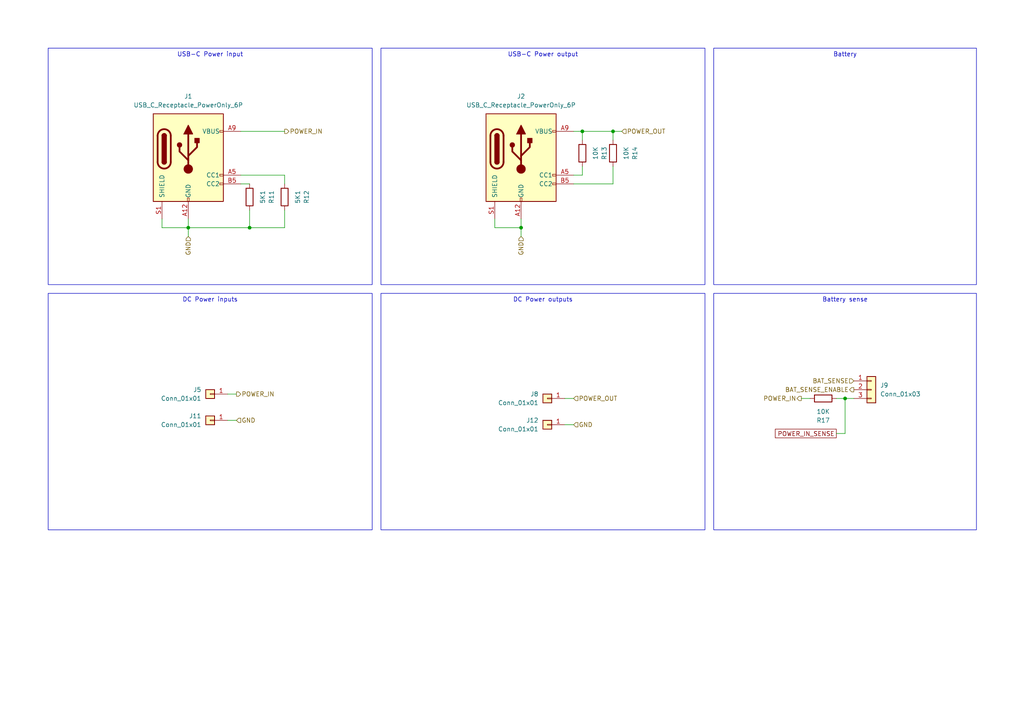
<source format=kicad_sch>
(kicad_sch (version 20231120) (generator "eeschema") (generator_version "8.0")
  (paper "A4")
  (lib_symbols
    (symbol "Connector:USB_C_Receptacle_PowerOnly_6P" (pin_names (offset 1.016))
      (property "Reference" "J" (at 0 16.51 0))
      (property "Value" "USB_C_Receptacle_PowerOnly_6P" (at 0 13.97 0))
      (symbol "USB_C_Receptacle_PowerOnly_6P_0_0"
        (rectangle (start -0.254 -12.7) (end 0.254 -11.684))
        (rectangle (start 10.16 -7.366) (end 9.144 -7.874))
        (rectangle (start 10.16 -4.826) (end 9.144 -5.334))
        (rectangle (start 10.16 7.874) (end 9.144 7.366))
      )
      (symbol "USB_C_Receptacle_PowerOnly_6P_0_1"
        (rectangle (start -10.16 12.7) (end 10.16 -12.7) (stroke (width 0.254)) (fill (type background)))
        (arc (start -8.89 -1.27) (mid -6.985 -3.1667) (end -5.08 -1.27) (stroke (width 0.508)))
        (arc (start -7.62 -1.27) (mid -6.985 -1.9023) (end -6.35 -1.27) (stroke (width 0.254)))
        (arc (start -7.62 -1.27) (mid -6.985 -1.9023) (end -6.35 -1.27) (stroke (width 0.254)) (fill (type outline)))
        (rectangle (start -7.62 -1.27) (end -6.35 6.35) (stroke (width 0.254)) (fill (type outline)))
        (arc (start -6.35 6.35) (mid -6.985 6.9823) (end -7.62 6.35) (stroke (width 0.254)))
        (arc (start -6.35 6.35) (mid -6.985 6.9823) (end -7.62 6.35) (stroke (width 0.254)) (fill (type outline)))
        (arc (start -5.08 6.35) (mid -6.985 8.2467) (end -8.89 6.35) (stroke (width 0.508)))
        (circle (center -2.54 3.683) (radius 0.635) (stroke (width 0.254)) (fill (type outline)))
        (circle (center 0 -3.302) (radius 1.27) (fill (type outline)))
        (polyline (pts (xy -8.89 -1.27) (xy -8.89 6.35)) (stroke (width 0.508)))
        (polyline (pts (xy -5.08 6.35) (xy -5.08 -1.27)) (stroke (width 0.508)))
        (polyline (pts (xy 0 -3.302) (xy 0 6.858)) (stroke (width 0.508)))
        (polyline (pts (xy 0 -0.762) (xy -2.54 1.778) (xy -2.54 3.048)) (stroke (width 0.508)))
        (polyline (pts (xy 0 0.508) (xy 2.54 3.048) (xy 2.54 4.318)) (stroke (width 0.508)))
        (polyline (pts (xy -1.27 6.858) (xy 0 9.398) (xy 1.27 6.858) (xy -1.27 6.858)) (stroke (width 0.254)) (fill (type outline)))
        (rectangle (start 1.905 4.318) (end 3.175 5.588) (stroke (width 0.254)) (fill (type outline)))
      )
      (symbol "USB_C_Receptacle_PowerOnly_6P_1_1"
        (pin passive line (at 0 -17.78 90) (length 5.08) (name "GND") (number "A12"))
        (pin bidirectional line (at 15.24 -5.08 180) (length 5.08) (name "CC1") (number "A5"))
        (pin passive line (at 15.24 7.62 180) (length 5.08) (name "VBUS") (number "A9"))
        (pin passive line (at 0 -17.78 90) (length 5.08) hide (name "GND") (number "B12"))
        (pin bidirectional line (at 15.24 -7.62 180) (length 5.08) (name "CC2") (number "B5"))
        (pin passive line (at 15.24 7.62 180) (length 5.08) hide (name "VBUS") (number "B9"))
        (pin passive line (at -7.62 -17.78 90) (length 5.08) (name "SHIELD") (number "S1"))
      )
    )
    (symbol "Connector_Generic:Conn_01x01" (pin_names (offset 1.016) hide)
      (property "Reference" "J" (at 0 2.54 0))
      (property "Value" "Conn_01x01" (at 0 -2.54 0))
      (symbol "Conn_01x01_1_1"
        (rectangle (start -1.27 0.127) (end 0 -0.127) (stroke (width 0.1524)))
        (rectangle (start -1.27 1.27) (end 1.27 -1.27) (stroke (width 0.254)) (fill (type background)))
        (pin passive line (at -5.08 0 0) (length 3.81) (name "Pin_1") (number "1"))
      )
    )
    (symbol "Connector_Generic:Conn_01x03" (pin_names (offset 1.016) hide)
      (property "Reference" "J" (at 0 5.08 0))
      (property "Value" "Conn_01x03" (at 0 -5.08 0))
      (symbol "Conn_01x03_1_1"
        (rectangle (start -1.27 -2.413) (end 0 -2.667) (stroke (width 0.1524)))
        (rectangle (start -1.27 0.127) (end 0 -0.127) (stroke (width 0.1524)))
        (rectangle (start -1.27 2.667) (end 0 2.413) (stroke (width 0.1524)))
        (rectangle (start -1.27 3.81) (end 1.27 -3.81) (stroke (width 0.254)) (fill (type background)))
        (pin passive line (at -5.08 2.54 0) (length 3.81) (name "Pin_1") (number "1"))
        (pin passive line (at -5.08 0 0) (length 3.81) (name "Pin_2") (number "2"))
        (pin passive line (at -5.08 -2.54 0) (length 3.81) (name "Pin_3") (number "3"))
      )
    )
    (symbol "Device:R" (pin_numbers hide) (pin_names (offset 0))
      (property "Reference" "R" (at 2.032 0 90))
      (property "Value" "R" (at 0 0 90))
      (symbol "R_0_1"
        (rectangle (start -1.016 -2.54) (end 1.016 2.54) (stroke (width 0.254)))
      )
      (symbol "R_1_1"
        (pin passive line (at 0 3.81 270) (length 1.27) (name "~") (number "1"))
        (pin passive line (at 0 -3.81 90) (length 1.27) (name "~") (number "2"))
      )
    )
  )
  (junction (at 72.39 66.04))
  (junction (at 168.91 38.1))
  (junction (at 54.61 66.04))
  (junction (at 245.11 115.57))
  (junction (at 151.13 66.04))
  (junction (at 177.8 38.1))
  (wire (pts (xy 66.04 121.92) (xy 68.58 121.92)))
  (wire (pts (xy 168.91 38.1) (xy 168.91 40.64)))
  (wire (pts (xy 177.8 38.1) (xy 180.34 38.1)))
  (wire (pts (xy 245.11 115.57) (xy 247.65 115.57)))
  (wire (pts (xy 166.37 53.34) (xy 177.8 53.34)))
  (wire (pts (xy 168.91 38.1) (xy 177.8 38.1)))
  (wire (pts (xy 72.39 66.04) (xy 54.61 66.04)))
  (wire (pts (xy 46.99 63.5) (xy 46.99 66.04)))
  (wire (pts (xy 242.57 115.57) (xy 245.11 115.57)))
  (wire (pts (xy 82.55 66.04) (xy 72.39 66.04)))
  (wire (pts (xy 143.51 66.04) (xy 151.13 66.04)))
  (wire (pts (xy 69.85 53.34) (xy 72.39 53.34)))
  (wire (pts (xy 82.55 60.96) (xy 82.55 66.04)))
  (wire (pts (xy 242.57 125.73) (xy 245.11 125.73)))
  (wire (pts (xy 166.37 50.8) (xy 168.91 50.8)))
  (wire (pts (xy 54.61 66.04) (xy 54.61 68.58)))
  (wire (pts (xy 166.37 115.57) (xy 163.83 115.57)))
  (wire (pts (xy 54.61 63.5) (xy 54.61 66.04)))
  (wire (pts (xy 151.13 68.58) (xy 151.13 66.04)))
  (wire (pts (xy 151.13 63.5) (xy 151.13 66.04)))
  (wire (pts (xy 166.37 38.1) (xy 168.91 38.1)))
  (wire (pts (xy 69.85 50.8) (xy 82.55 50.8)))
  (wire (pts (xy 69.85 38.1) (xy 82.55 38.1)))
  (wire (pts (xy 143.51 63.5) (xy 143.51 66.04)))
  (wire (pts (xy 72.39 60.96) (xy 72.39 66.04)))
  (wire (pts (xy 46.99 66.04) (xy 54.61 66.04)))
  (wire (pts (xy 234.95 115.57) (xy 232.41 115.57)))
  (wire (pts (xy 168.91 48.26) (xy 168.91 50.8)))
  (wire (pts (xy 177.8 38.1) (xy 177.8 40.64)))
  (wire (pts (xy 177.8 48.26) (xy 177.8 53.34)))
  (wire (pts (xy 82.55 50.8) (xy 82.55 53.34)))
  (wire (pts (xy 245.11 125.73) (xy 245.11 115.57)))
  (wire (pts (xy 166.37 123.19) (xy 163.83 123.19)))
  (wire (pts (xy 68.58 114.3) (xy 66.04 114.3)))
  (text_box "DC Power outputs" (at 110.49 85.09 0) (size 93.98 68.58) (effects (font (size 1.27 1.27)) (justify top)))
  (text_box "USB-C Power output" (at 110.49 13.97 0) (size 93.98 68.58) (effects (font (size 1.27 1.27)) (justify top)))
  (text_box "DC Power inputs" (at 13.97 85.09 0) (size 93.98 68.58) (effects (font (size 1.27 1.27)) (justify top)))
  (text_box "Battery sense" (at 207.01 85.09 0) (size 76.2 68.58) (effects (font (size 1.27 1.27)) (justify top)))
  (text_box "USB-C Power input" (at 13.97 13.97 0) (size 93.98 68.58) (effects (font (size 1.27 1.27)) (justify top)))
  (text_box "Battery" (at 207.01 13.97 0) (size 76.2 68.58) (effects (font (size 1.27 1.27)) (justify top)))
  (global_label "POWER_IN_SENSE" (shape passive) (at 242.57 125.73 180) (property "Intersheetrefs" "${INTERSHEET_REFS}" (effects (hide yes))))
  (hierarchical_label "BAT_SENSE" (shape input) (at 247.65 110.49 180))
  (hierarchical_label "GND" (shape input) (at 54.61 68.58 270))
  (hierarchical_label "BAT_SENSE_ENABLE" (shape output) (at 247.65 113.03 180))
  (hierarchical_label "POWER_OUT" (shape input) (at 166.37 115.57 0))
  (hierarchical_label "POWER_IN" (shape output) (at 82.55 38.1 0))
  (hierarchical_label "POWER_IN" (shape output) (at 232.41 115.57 180))
  (hierarchical_label "GND" (shape input) (at 151.13 68.58 270))
  (hierarchical_label "GND" (shape input) (at 166.37 123.19 0))
  (hierarchical_label "POWER_OUT" (shape input) (at 180.34 38.1 0))
  (hierarchical_label "POWER_IN" (shape output) (at 68.58 114.3 0))
  (hierarchical_label "GND" (shape input) (at 68.58 121.92 0))
  (symbol (lib_id "Device:R") (at 238.76 115.57 90) (unit 1)
    (property "Reference" "R17" (at 238.76 121.92 90))
    (property "Value" "10K" (at 238.76 119.38 90))
    (property "Footprint" "Resistor_SMD:R_0402_1005Metric" (effects (hide yes)))
    (property "Description" "Resistor" (effects (hide yes)))
    (property "LCSC Part" "C25744" (effects (hide yes)))
  )
  (symbol (lib_id "Connector:USB_C_Receptacle_PowerOnly_6P") (at 54.61 45.72 0) (unit 1)
    (property "Reference" "J1" (at 54.61 27.94 0))
    (property "Value" "USB_C_Receptacle_PowerOnly_6P" (at 54.61 30.48 0))
    (property "Footprint" "custom:USB_C_Receptacle_GCT_USB4125-xx-x_6P_TopMnt_Horizontal_handsolder" (effects (hide yes)))
    (property "Datasheet" "https://www.usb.org/sites/default/files/documents/usb_type-c.zip" (effects (hide yes)))
    (property "Description" "USB Power-Only 6P Type-C Receptacle connector" (effects (hide yes)))
  )
  (symbol (lib_id "Connector_Generic:Conn_01x01") (at 60.96 121.92 0) (mirror y) (unit 1)
    (property "Reference" "J11" (at 58.42 120.6499 0) (effects (justify left)))
    (property "Value" "Conn_01x01" (at 58.42 123.1899 0) (effects (justify left)))
    (property "Footprint" "custom:PinHeader_1x01_P2.54mm_simple_square" (effects (hide yes)))
    (property "Description" "Generic connector, single row, 01x01, script generated (kicad-library-utils/schlib/autogen/connector/)" (effects (hide yes)))
  )
  (symbol (lib_id "Device:R") (at 72.39 57.15 0) (mirror y) (unit 1)
    (property "Reference" "R11" (at 78.74 57.15 90))
    (property "Value" "5K1" (at 76.2 57.15 90))
    (property "Footprint" "Resistor_SMD:R_0402_1005Metric" (effects (hide yes)))
    (property "Description" "Resistor" (effects (hide yes)))
    (property "LCSC Part" "C25905" (effects (hide yes)))
  )
  (symbol (lib_id "Device:R") (at 82.55 57.15 0) (mirror y) (unit 1)
    (property "Reference" "R12" (at 88.9 57.15 90))
    (property "Value" "5K1" (at 86.36 57.15 90))
    (property "Footprint" "Resistor_SMD:R_0402_1005Metric" (effects (hide yes)))
    (property "Description" "Resistor" (effects (hide yes)))
    (property "LCSC Part" "C25905" (effects (hide yes)))
  )
  (symbol (lib_id "Device:R") (at 168.91 44.45 0) (mirror y) (unit 1)
    (property "Reference" "R13" (at 175.26 44.45 90))
    (property "Value" "10K" (at 172.72 44.45 90))
    (property "Footprint" "Resistor_SMD:R_0402_1005Metric" (effects (hide yes)))
    (property "Description" "Resistor" (effects (hide yes)))
    (property "LCSC Part" "C25744" (effects (hide yes)))
  )
  (symbol (lib_id "Device:R") (at 177.8 44.45 0) (mirror y) (unit 1)
    (property "Reference" "R14" (at 184.15 44.45 90))
    (property "Value" "10K" (at 181.61 44.45 90))
    (property "Footprint" "Resistor_SMD:R_0402_1005Metric" (effects (hide yes)))
    (property "Description" "Resistor" (effects (hide yes)))
    (property "LCSC Part" "C25744" (effects (hide yes)))
  )
  (symbol (lib_id "Connector_Generic:Conn_01x01") (at 158.75 123.19 0) (mirror y) (unit 1)
    (property "Reference" "J12" (at 156.21 121.9199 0) (effects (justify left)))
    (property "Value" "Conn_01x01" (at 156.21 124.4599 0) (effects (justify left)))
    (property "Footprint" "custom:PinHeader_1x01_P2.54mm_simple_square" (effects (hide yes)))
    (property "Description" "Generic connector, single row, 01x01, script generated (kicad-library-utils/schlib/autogen/connector/)" (effects (hide yes)))
  )
  (symbol (lib_id "Connector:USB_C_Receptacle_PowerOnly_6P") (at 151.13 45.72 0) (unit 1)
    (property "Reference" "J2" (at 151.13 27.94 0))
    (property "Value" "USB_C_Receptacle_PowerOnly_6P" (at 151.13 30.48 0))
    (property "Footprint" "custom:USB_C_Receptacle_GCT_USB4125-xx-x_6P_TopMnt_Horizontal_handsolder" (effects (hide yes)))
    (property "Datasheet" "https://www.usb.org/sites/default/files/documents/usb_type-c.zip" (effects (hide yes)))
    (property "Description" "USB Power-Only 6P Type-C Receptacle connector" (effects (hide yes)))
  )
  (symbol (lib_id "Connector_Generic:Conn_01x03") (at 252.73 113.03 0) (unit 1)
    (property "Reference" "J9" (at 255.27 111.7599 0) (effects (justify left)))
    (property "Value" "Conn_01x03" (at 255.27 114.2999 0) (effects (justify left)))
    (property "Footprint" "custom:PinHeader_1x03_P2.54mm_Vertical_simple" (effects (hide yes)))
    (property "Description" "Generic connector, single row, 01x03, script generated (kicad-library-utils/schlib/autogen/connector/)" (effects (hide yes)))
  )
  (symbol (lib_id "Connector_Generic:Conn_01x01") (at 60.96 114.3 0) (mirror y) (unit 1)
    (property "Reference" "J5" (at 58.42 113.0299 0) (effects (justify left)))
    (property "Value" "Conn_01x01" (at 58.42 115.5699 0) (effects (justify left)))
    (property "Footprint" "custom:PinHeader_1x01_P2.54mm_simple" (effects (hide yes)))
    (property "Description" "Generic connector, single row, 01x01, script generated (kicad-library-utils/schlib/autogen/connector/)" (effects (hide yes)))
  )
  (symbol (lib_id "Connector_Generic:Conn_01x01") (at 158.75 115.57 0) (mirror y) (unit 1)
    (property "Reference" "J8" (at 156.21 114.2999 0) (effects (justify left)))
    (property "Value" "Conn_01x01" (at 156.21 116.8399 0) (effects (justify left)))
    (property "Footprint" "custom:PinHeader_1x01_P2.54mm_simple" (effects (hide yes)))
    (property "Description" "Generic connector, single row, 01x01, script generated (kicad-library-utils/schlib/autogen/connector/)" (effects (hide yes)))
  )
)
</source>
